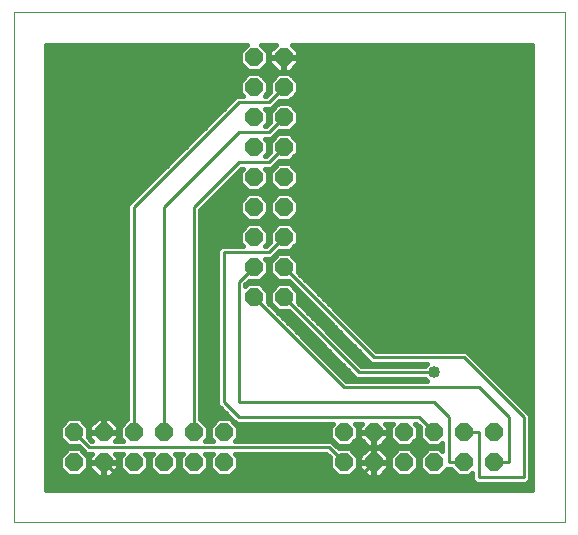
<source format=gbl>
G75*
G70*
%OFA0B0*%
%FSLAX24Y24*%
%IPPOS*%
%LPD*%
%AMOC8*
5,1,8,0,0,1.08239X$1,22.5*
%
%ADD10C,0.0000*%
%ADD11OC8,0.0600*%
%ADD12C,0.0100*%
%ADD13C,0.0160*%
%ADD14C,0.0400*%
D10*
X000100Y000100D02*
X000100Y017096D01*
X018470Y017096D01*
X018470Y000100D01*
X000100Y000100D01*
D11*
X002100Y002100D03*
X003100Y002100D03*
X003100Y003100D03*
X002100Y003100D03*
X004100Y003100D03*
X005100Y003100D03*
X006100Y003100D03*
X006100Y002100D03*
X005100Y002100D03*
X004100Y002100D03*
X007100Y002100D03*
X007100Y003100D03*
X011100Y003100D03*
X011100Y002100D03*
X012100Y002100D03*
X013100Y002100D03*
X014100Y002100D03*
X014100Y003100D03*
X013100Y003100D03*
X012100Y003100D03*
X015100Y003100D03*
X016100Y003100D03*
X016100Y002100D03*
X015100Y002100D03*
X009100Y007600D03*
X009100Y008600D03*
X009100Y009600D03*
X009100Y010600D03*
X009100Y011600D03*
X009100Y012600D03*
X009100Y013600D03*
X009100Y014600D03*
X009100Y015600D03*
X008100Y015600D03*
X008100Y014600D03*
X008100Y013600D03*
X008100Y012600D03*
X008100Y011600D03*
X008100Y010600D03*
X008100Y009600D03*
X008100Y008600D03*
X008100Y007600D03*
D12*
X011100Y004600D01*
X015600Y004600D01*
X016600Y003600D01*
X016600Y002100D01*
X016100Y002100D01*
X015600Y001600D02*
X015600Y003100D01*
X015100Y003100D01*
X014600Y003600D02*
X014600Y002100D01*
X015100Y002100D01*
X015600Y001600D02*
X017100Y001600D01*
X017100Y003600D01*
X015100Y005600D01*
X012100Y005600D01*
X009100Y008600D01*
X008600Y009100D02*
X009100Y009600D01*
X008600Y009100D02*
X007100Y009100D01*
X007100Y004100D01*
X007600Y003600D01*
X013600Y003600D01*
X014100Y003100D01*
X014600Y003600D02*
X014100Y004100D01*
X007600Y004100D01*
X007600Y008100D01*
X008100Y008600D01*
X009100Y007600D02*
X011600Y005100D01*
X014100Y005100D01*
X012100Y002100D02*
X011600Y001600D01*
X003600Y001600D01*
X003100Y002100D01*
X002600Y002600D02*
X002100Y003100D01*
X002600Y002600D02*
X010600Y002600D01*
X011100Y002100D01*
X006100Y003100D02*
X006100Y010600D01*
X007600Y012100D01*
X008600Y012100D01*
X009100Y012600D01*
X008600Y013100D02*
X009100Y013600D01*
X008600Y013100D02*
X007600Y013100D01*
X005100Y010600D01*
X005100Y003100D01*
X004100Y003100D02*
X004100Y010600D01*
X007600Y014100D01*
X008600Y014100D01*
X009100Y014600D01*
D13*
X009560Y014524D02*
X017390Y014524D01*
X017390Y014682D02*
X009560Y014682D01*
X009560Y014791D02*
X009291Y015060D01*
X008909Y015060D01*
X008640Y014791D01*
X008640Y014437D01*
X008513Y014310D01*
X008461Y014310D01*
X008560Y014409D01*
X008560Y014791D01*
X008291Y015060D01*
X007909Y015060D01*
X007640Y014791D01*
X007640Y014409D01*
X007739Y014310D01*
X007513Y014310D01*
X007390Y014187D01*
X003890Y010687D01*
X003890Y003541D01*
X003640Y003291D01*
X003640Y002909D01*
X003739Y002810D01*
X003489Y002810D01*
X003580Y002901D01*
X003580Y003080D01*
X003120Y003080D01*
X003120Y003120D01*
X003080Y003120D01*
X003080Y003580D01*
X002901Y003580D01*
X002620Y003299D01*
X002620Y003120D01*
X003080Y003120D01*
X003080Y003080D01*
X002620Y003080D01*
X002620Y002901D01*
X002711Y002810D01*
X002687Y002810D01*
X002560Y002937D01*
X002560Y003291D01*
X002291Y003560D01*
X001909Y003560D01*
X001640Y003291D01*
X001640Y002909D01*
X001909Y002640D01*
X002263Y002640D01*
X002513Y002390D01*
X002711Y002390D01*
X002620Y002299D01*
X002620Y002120D01*
X003080Y002120D01*
X003080Y002080D01*
X003120Y002080D01*
X003120Y002120D01*
X003580Y002120D01*
X003580Y002299D01*
X003489Y002390D01*
X003739Y002390D01*
X003640Y002291D01*
X003640Y001909D01*
X003909Y001640D01*
X004291Y001640D01*
X004560Y001909D01*
X004560Y002291D01*
X004461Y002390D01*
X004739Y002390D01*
X004640Y002291D01*
X004640Y001909D01*
X004909Y001640D01*
X005291Y001640D01*
X005560Y001909D01*
X005560Y002291D01*
X005461Y002390D01*
X005739Y002390D01*
X005640Y002291D01*
X005640Y001909D01*
X005909Y001640D01*
X006291Y001640D01*
X006560Y001909D01*
X006560Y002291D01*
X006461Y002390D01*
X006739Y002390D01*
X006640Y002291D01*
X006640Y001909D01*
X006909Y001640D01*
X007291Y001640D01*
X007560Y001909D01*
X007560Y002291D01*
X007461Y002390D01*
X010513Y002390D01*
X010640Y002263D01*
X010640Y001909D01*
X010909Y001640D01*
X011291Y001640D01*
X011560Y001909D01*
X011560Y002291D01*
X011291Y002560D01*
X010937Y002560D01*
X010810Y002687D01*
X010687Y002810D01*
X007461Y002810D01*
X007560Y002909D01*
X007560Y003291D01*
X007291Y003560D01*
X006909Y003560D01*
X006640Y003291D01*
X006640Y002909D01*
X006739Y002810D01*
X006461Y002810D01*
X006560Y002909D01*
X006560Y003291D01*
X006310Y003541D01*
X006310Y010513D01*
X007687Y011890D01*
X007739Y011890D01*
X007640Y011791D01*
X007640Y011409D01*
X007909Y011140D01*
X008291Y011140D01*
X008560Y011409D01*
X008560Y011791D01*
X008461Y011890D01*
X008687Y011890D01*
X008937Y012140D01*
X009291Y012140D01*
X009560Y012409D01*
X009560Y012791D01*
X009291Y013060D01*
X008909Y013060D01*
X008640Y012791D01*
X008640Y012437D01*
X008513Y012310D01*
X008461Y012310D01*
X008560Y012409D01*
X008560Y012791D01*
X008461Y012890D01*
X008687Y012890D01*
X008937Y013140D01*
X009291Y013140D01*
X009560Y013409D01*
X009560Y013791D01*
X009291Y014060D01*
X008909Y014060D01*
X008640Y013791D01*
X008640Y013437D01*
X008513Y013310D01*
X008461Y013310D01*
X008560Y013409D01*
X008560Y013791D01*
X008461Y013890D01*
X008687Y013890D01*
X008937Y014140D01*
X009291Y014140D01*
X009560Y014409D01*
X009560Y014791D01*
X009510Y014841D02*
X017390Y014841D01*
X017390Y014999D02*
X009352Y014999D01*
X009299Y015120D02*
X009580Y015401D01*
X009580Y015580D01*
X009120Y015580D01*
X009120Y015620D01*
X009580Y015620D01*
X009580Y015799D01*
X009363Y016016D01*
X017390Y016016D01*
X017390Y001180D01*
X001180Y001180D01*
X001180Y016016D01*
X007866Y016016D01*
X007640Y015791D01*
X007640Y015409D01*
X007909Y015140D01*
X008291Y015140D01*
X008560Y015409D01*
X008560Y015791D01*
X008334Y016016D01*
X008837Y016016D01*
X008620Y015799D01*
X008620Y015620D01*
X009080Y015620D01*
X009080Y015580D01*
X008620Y015580D01*
X008620Y015401D01*
X008901Y015120D01*
X009080Y015120D01*
X009080Y015580D01*
X009120Y015580D01*
X009120Y015120D01*
X009299Y015120D01*
X009336Y015158D02*
X017390Y015158D01*
X017390Y015316D02*
X009495Y015316D01*
X009580Y015475D02*
X017390Y015475D01*
X017390Y015633D02*
X009580Y015633D01*
X009580Y015792D02*
X017390Y015792D01*
X017390Y015950D02*
X009429Y015950D01*
X009120Y015475D02*
X009080Y015475D01*
X009080Y015316D02*
X009120Y015316D01*
X009120Y015158D02*
X009080Y015158D01*
X008864Y015158D02*
X008308Y015158D01*
X008352Y014999D02*
X008848Y014999D01*
X008690Y014841D02*
X008510Y014841D01*
X008560Y014682D02*
X008640Y014682D01*
X008640Y014524D02*
X008560Y014524D01*
X008568Y014365D02*
X008516Y014365D01*
X008845Y014048D02*
X008897Y014048D01*
X008739Y013890D02*
X008461Y013890D01*
X008560Y013731D02*
X008640Y013731D01*
X008640Y013573D02*
X008560Y013573D01*
X008560Y013414D02*
X008617Y013414D01*
X008894Y013097D02*
X017390Y013097D01*
X017390Y012939D02*
X009412Y012939D01*
X009560Y012780D02*
X017390Y012780D01*
X017390Y012622D02*
X009560Y012622D01*
X009560Y012463D02*
X017390Y012463D01*
X017390Y012305D02*
X009455Y012305D01*
X009297Y012146D02*
X017390Y012146D01*
X017390Y011988D02*
X009363Y011988D01*
X009291Y012060D02*
X008909Y012060D01*
X008640Y011791D01*
X008640Y011409D01*
X008909Y011140D01*
X009291Y011140D01*
X009560Y011409D01*
X009560Y011791D01*
X009291Y012060D01*
X009522Y011829D02*
X017390Y011829D01*
X017390Y011671D02*
X009560Y011671D01*
X009560Y011512D02*
X017390Y011512D01*
X017390Y011354D02*
X009504Y011354D01*
X009346Y011195D02*
X017390Y011195D01*
X017390Y011037D02*
X009314Y011037D01*
X009291Y011060D02*
X008909Y011060D01*
X008640Y010791D01*
X008640Y010409D01*
X008909Y010140D01*
X009291Y010140D01*
X009560Y010409D01*
X009560Y010791D01*
X009291Y011060D01*
X009473Y010878D02*
X017390Y010878D01*
X017390Y010720D02*
X009560Y010720D01*
X009560Y010561D02*
X017390Y010561D01*
X017390Y010403D02*
X009553Y010403D01*
X009395Y010244D02*
X017390Y010244D01*
X017390Y010086D02*
X006310Y010086D01*
X006310Y010244D02*
X007805Y010244D01*
X007909Y010140D02*
X007640Y010409D01*
X007640Y010791D01*
X007909Y011060D01*
X008291Y011060D01*
X008560Y010791D01*
X008560Y010409D01*
X008291Y010140D01*
X007909Y010140D01*
X007909Y010060D02*
X007640Y009791D01*
X007640Y009409D01*
X007739Y009310D01*
X007013Y009310D01*
X006890Y009187D01*
X006890Y004013D01*
X007013Y003890D01*
X007513Y003390D01*
X010739Y003390D01*
X010640Y003291D01*
X010640Y002909D01*
X010909Y002640D01*
X011291Y002640D01*
X011560Y002909D01*
X011560Y003291D01*
X011461Y003390D01*
X011711Y003390D01*
X011620Y003299D01*
X011620Y003120D01*
X012080Y003120D01*
X012080Y003080D01*
X012120Y003080D01*
X012120Y003120D01*
X012580Y003120D01*
X012580Y003299D01*
X012489Y003390D01*
X012739Y003390D01*
X012640Y003291D01*
X012640Y002909D01*
X012909Y002640D01*
X013291Y002640D01*
X013560Y002909D01*
X013560Y003291D01*
X013461Y003390D01*
X013513Y003390D01*
X013640Y003263D01*
X013640Y002909D01*
X013909Y002640D01*
X014291Y002640D01*
X014390Y002739D01*
X014390Y002461D01*
X014291Y002560D01*
X013909Y002560D01*
X013640Y002291D01*
X013640Y001909D01*
X013909Y001640D01*
X014291Y001640D01*
X014541Y001890D01*
X014659Y001890D01*
X014909Y001640D01*
X015291Y001640D01*
X015390Y001739D01*
X015390Y001513D01*
X015513Y001390D01*
X017187Y001390D01*
X017310Y001513D01*
X017310Y003687D01*
X017187Y003810D01*
X017187Y003810D01*
X015187Y005810D01*
X012187Y005810D01*
X009560Y008437D01*
X009560Y008791D01*
X009291Y009060D01*
X008909Y009060D01*
X008640Y008791D01*
X008640Y008409D01*
X008909Y008140D01*
X009263Y008140D01*
X012013Y005390D01*
X013881Y005390D01*
X013801Y005310D01*
X011687Y005310D01*
X009560Y007437D01*
X009560Y007791D01*
X009291Y008060D01*
X008909Y008060D01*
X008640Y007791D01*
X008640Y007409D01*
X008909Y007140D01*
X009263Y007140D01*
X011390Y005013D01*
X011513Y004890D01*
X013801Y004890D01*
X013881Y004810D01*
X011187Y004810D01*
X008560Y007437D01*
X008560Y007791D01*
X008291Y008060D01*
X007909Y008060D01*
X007810Y007961D01*
X007810Y008013D01*
X007937Y008140D01*
X008291Y008140D01*
X008560Y008409D01*
X008560Y008791D01*
X008461Y008890D01*
X008687Y008890D01*
X008937Y009140D01*
X009291Y009140D01*
X009560Y009409D01*
X009560Y009791D01*
X009291Y010060D01*
X008909Y010060D01*
X008640Y009791D01*
X008640Y009437D01*
X008513Y009310D01*
X008461Y009310D01*
X008560Y009409D01*
X008560Y009791D01*
X008291Y010060D01*
X007909Y010060D01*
X007776Y009927D02*
X006310Y009927D01*
X006310Y009769D02*
X007640Y009769D01*
X007640Y009610D02*
X006310Y009610D01*
X006310Y009452D02*
X007640Y009452D01*
X006996Y009293D02*
X006310Y009293D01*
X006310Y009135D02*
X006890Y009135D01*
X006890Y008976D02*
X006310Y008976D01*
X006310Y008818D02*
X006890Y008818D01*
X006890Y008659D02*
X006310Y008659D01*
X006310Y008501D02*
X006890Y008501D01*
X006890Y008342D02*
X006310Y008342D01*
X006310Y008184D02*
X006890Y008184D01*
X006890Y008025D02*
X006310Y008025D01*
X006310Y007867D02*
X006890Y007867D01*
X006890Y007708D02*
X006310Y007708D01*
X006310Y007550D02*
X006890Y007550D01*
X006890Y007391D02*
X006310Y007391D01*
X006310Y007233D02*
X006890Y007233D01*
X006890Y007074D02*
X006310Y007074D01*
X006310Y006916D02*
X006890Y006916D01*
X006890Y006757D02*
X006310Y006757D01*
X006310Y006599D02*
X006890Y006599D01*
X006890Y006440D02*
X006310Y006440D01*
X006310Y006282D02*
X006890Y006282D01*
X006890Y006123D02*
X006310Y006123D01*
X006310Y005965D02*
X006890Y005965D01*
X006890Y005806D02*
X006310Y005806D01*
X006310Y005648D02*
X006890Y005648D01*
X006890Y005489D02*
X006310Y005489D01*
X006310Y005331D02*
X006890Y005331D01*
X006890Y005172D02*
X006310Y005172D01*
X006310Y005014D02*
X006890Y005014D01*
X006890Y004855D02*
X006310Y004855D01*
X006310Y004697D02*
X006890Y004697D01*
X006890Y004538D02*
X006310Y004538D01*
X006310Y004380D02*
X006890Y004380D01*
X006890Y004221D02*
X006310Y004221D01*
X006310Y004063D02*
X006890Y004063D01*
X006999Y003904D02*
X006310Y003904D01*
X006310Y003746D02*
X007158Y003746D01*
X007316Y003587D02*
X006310Y003587D01*
X006422Y003429D02*
X006778Y003429D01*
X006640Y003270D02*
X006560Y003270D01*
X006560Y003112D02*
X006640Y003112D01*
X006640Y002953D02*
X006560Y002953D01*
X006532Y002319D02*
X006668Y002319D01*
X006640Y002161D02*
X006560Y002161D01*
X006560Y002002D02*
X006640Y002002D01*
X006706Y001844D02*
X006494Y001844D01*
X006336Y001685D02*
X006864Y001685D01*
X007336Y001685D02*
X010864Y001685D01*
X010706Y001844D02*
X007494Y001844D01*
X007560Y002002D02*
X010640Y002002D01*
X010640Y002161D02*
X007560Y002161D01*
X007532Y002319D02*
X010584Y002319D01*
X010861Y002636D02*
X011885Y002636D01*
X011901Y002620D02*
X012080Y002620D01*
X012080Y003080D01*
X011620Y003080D01*
X011620Y002901D01*
X011901Y002620D01*
X011901Y002580D02*
X011620Y002299D01*
X011620Y002120D01*
X012080Y002120D01*
X012080Y002580D01*
X011901Y002580D01*
X011799Y002478D02*
X011373Y002478D01*
X011532Y002319D02*
X011640Y002319D01*
X011620Y002161D02*
X011560Y002161D01*
X011620Y002080D02*
X011620Y001901D01*
X011901Y001620D01*
X012080Y001620D01*
X012080Y002080D01*
X012120Y002080D01*
X012120Y002120D01*
X012580Y002120D01*
X012580Y002299D01*
X012299Y002580D01*
X012120Y002580D01*
X012120Y002120D01*
X012080Y002120D01*
X012080Y002080D01*
X011620Y002080D01*
X011620Y002002D02*
X011560Y002002D01*
X011494Y001844D02*
X011678Y001844D01*
X011836Y001685D02*
X011336Y001685D01*
X012080Y001685D02*
X012120Y001685D01*
X012120Y001620D02*
X012299Y001620D01*
X012580Y001901D01*
X012580Y002080D01*
X012120Y002080D01*
X012120Y001620D01*
X012120Y001844D02*
X012080Y001844D01*
X012080Y002002D02*
X012120Y002002D01*
X012120Y002161D02*
X012080Y002161D01*
X012080Y002319D02*
X012120Y002319D01*
X012120Y002478D02*
X012080Y002478D01*
X012120Y002620D02*
X012299Y002620D01*
X012580Y002901D01*
X012580Y003080D01*
X012120Y003080D01*
X012120Y002620D01*
X012120Y002636D02*
X012080Y002636D01*
X012080Y002795D02*
X012120Y002795D01*
X012120Y002953D02*
X012080Y002953D01*
X012080Y003112D02*
X011560Y003112D01*
X011560Y003270D02*
X011620Y003270D01*
X011620Y002953D02*
X011560Y002953D01*
X011445Y002795D02*
X011727Y002795D01*
X012120Y003112D02*
X012640Y003112D01*
X012640Y003270D02*
X012580Y003270D01*
X012580Y002953D02*
X012640Y002953D01*
X012755Y002795D02*
X012473Y002795D01*
X012315Y002636D02*
X014390Y002636D01*
X014373Y002478D02*
X014390Y002478D01*
X013827Y002478D02*
X013373Y002478D01*
X013291Y002560D02*
X013560Y002291D01*
X013560Y001909D01*
X013291Y001640D01*
X012909Y001640D01*
X012640Y001909D01*
X012640Y002291D01*
X012909Y002560D01*
X013291Y002560D01*
X013532Y002319D02*
X013668Y002319D01*
X013640Y002161D02*
X013560Y002161D01*
X013560Y002002D02*
X013640Y002002D01*
X013706Y001844D02*
X013494Y001844D01*
X013336Y001685D02*
X013864Y001685D01*
X014336Y001685D02*
X014864Y001685D01*
X014706Y001844D02*
X014494Y001844D01*
X015336Y001685D02*
X015390Y001685D01*
X015390Y001527D02*
X001180Y001527D01*
X001180Y001685D02*
X001864Y001685D01*
X001909Y001640D02*
X002291Y001640D01*
X002560Y001909D01*
X002560Y002291D01*
X002291Y002560D01*
X001909Y002560D01*
X001640Y002291D01*
X001640Y001909D01*
X001909Y001640D01*
X001706Y001844D02*
X001180Y001844D01*
X001180Y002002D02*
X001640Y002002D01*
X001640Y002161D02*
X001180Y002161D01*
X001180Y002319D02*
X001668Y002319D01*
X001827Y002478D02*
X001180Y002478D01*
X001180Y002636D02*
X002267Y002636D01*
X002373Y002478D02*
X002426Y002478D01*
X002532Y002319D02*
X002640Y002319D01*
X002620Y002161D02*
X002560Y002161D01*
X002620Y002080D02*
X002620Y001901D01*
X002901Y001620D01*
X003080Y001620D01*
X003080Y002080D01*
X002620Y002080D01*
X002620Y002002D02*
X002560Y002002D01*
X002494Y001844D02*
X002678Y001844D01*
X002836Y001685D02*
X002336Y001685D01*
X003080Y001685D02*
X003120Y001685D01*
X003120Y001620D02*
X003299Y001620D01*
X003580Y001901D01*
X003580Y002080D01*
X003120Y002080D01*
X003120Y001620D01*
X003120Y001844D02*
X003080Y001844D01*
X003080Y002002D02*
X003120Y002002D01*
X003364Y001685D02*
X003864Y001685D01*
X003706Y001844D02*
X003522Y001844D01*
X003580Y002002D02*
X003640Y002002D01*
X003640Y002161D02*
X003580Y002161D01*
X003560Y002319D02*
X003668Y002319D01*
X003640Y002953D02*
X003580Y002953D01*
X003580Y003120D02*
X003580Y003299D01*
X003299Y003580D01*
X003120Y003580D01*
X003120Y003120D01*
X003580Y003120D01*
X003640Y003112D02*
X003120Y003112D01*
X003080Y003112D02*
X002560Y003112D01*
X002560Y003270D02*
X002620Y003270D01*
X002750Y003429D02*
X002422Y003429D01*
X002560Y002953D02*
X002620Y002953D01*
X003080Y003270D02*
X003120Y003270D01*
X003120Y003429D02*
X003080Y003429D01*
X003450Y003429D02*
X003778Y003429D01*
X003890Y003587D02*
X001180Y003587D01*
X001180Y003429D02*
X001778Y003429D01*
X001640Y003270D02*
X001180Y003270D01*
X001180Y003112D02*
X001640Y003112D01*
X001640Y002953D02*
X001180Y002953D01*
X001180Y002795D02*
X001755Y002795D01*
X001180Y003746D02*
X003890Y003746D01*
X003890Y003904D02*
X001180Y003904D01*
X001180Y004063D02*
X003890Y004063D01*
X003890Y004221D02*
X001180Y004221D01*
X001180Y004380D02*
X003890Y004380D01*
X003890Y004538D02*
X001180Y004538D01*
X001180Y004697D02*
X003890Y004697D01*
X003890Y004855D02*
X001180Y004855D01*
X001180Y005014D02*
X003890Y005014D01*
X003890Y005172D02*
X001180Y005172D01*
X001180Y005331D02*
X003890Y005331D01*
X003890Y005489D02*
X001180Y005489D01*
X001180Y005648D02*
X003890Y005648D01*
X003890Y005806D02*
X001180Y005806D01*
X001180Y005965D02*
X003890Y005965D01*
X003890Y006123D02*
X001180Y006123D01*
X001180Y006282D02*
X003890Y006282D01*
X003890Y006440D02*
X001180Y006440D01*
X001180Y006599D02*
X003890Y006599D01*
X003890Y006757D02*
X001180Y006757D01*
X001180Y006916D02*
X003890Y006916D01*
X003890Y007074D02*
X001180Y007074D01*
X001180Y007233D02*
X003890Y007233D01*
X003890Y007391D02*
X001180Y007391D01*
X001180Y007550D02*
X003890Y007550D01*
X003890Y007708D02*
X001180Y007708D01*
X001180Y007867D02*
X003890Y007867D01*
X003890Y008025D02*
X001180Y008025D01*
X001180Y008184D02*
X003890Y008184D01*
X003890Y008342D02*
X001180Y008342D01*
X001180Y008501D02*
X003890Y008501D01*
X003890Y008659D02*
X001180Y008659D01*
X001180Y008818D02*
X003890Y008818D01*
X003890Y008976D02*
X001180Y008976D01*
X001180Y009135D02*
X003890Y009135D01*
X003890Y009293D02*
X001180Y009293D01*
X001180Y009452D02*
X003890Y009452D01*
X003890Y009610D02*
X001180Y009610D01*
X001180Y009769D02*
X003890Y009769D01*
X003890Y009927D02*
X001180Y009927D01*
X001180Y010086D02*
X003890Y010086D01*
X003890Y010244D02*
X001180Y010244D01*
X001180Y010403D02*
X003890Y010403D01*
X003890Y010561D02*
X001180Y010561D01*
X001180Y010720D02*
X003923Y010720D01*
X004081Y010878D02*
X001180Y010878D01*
X001180Y011037D02*
X004240Y011037D01*
X004398Y011195D02*
X001180Y011195D01*
X001180Y011354D02*
X004557Y011354D01*
X004715Y011512D02*
X001180Y011512D01*
X001180Y011671D02*
X004874Y011671D01*
X005032Y011829D02*
X001180Y011829D01*
X001180Y011988D02*
X005191Y011988D01*
X005349Y012146D02*
X001180Y012146D01*
X001180Y012305D02*
X005508Y012305D01*
X005666Y012463D02*
X001180Y012463D01*
X001180Y012622D02*
X005825Y012622D01*
X005983Y012780D02*
X001180Y012780D01*
X001180Y012939D02*
X006142Y012939D01*
X006300Y013097D02*
X001180Y013097D01*
X001180Y013256D02*
X006459Y013256D01*
X006617Y013414D02*
X001180Y013414D01*
X001180Y013573D02*
X006776Y013573D01*
X006934Y013731D02*
X001180Y013731D01*
X001180Y013890D02*
X007093Y013890D01*
X007251Y014048D02*
X001180Y014048D01*
X001180Y014207D02*
X007410Y014207D01*
X007684Y014365D02*
X001180Y014365D01*
X001180Y014524D02*
X007640Y014524D01*
X007640Y014682D02*
X001180Y014682D01*
X001180Y014841D02*
X007690Y014841D01*
X007848Y014999D02*
X001180Y014999D01*
X001180Y015158D02*
X007892Y015158D01*
X007733Y015316D02*
X001180Y015316D01*
X001180Y015475D02*
X007640Y015475D01*
X007640Y015633D02*
X001180Y015633D01*
X001180Y015792D02*
X007641Y015792D01*
X007799Y015950D02*
X001180Y015950D01*
X006675Y010878D02*
X007727Y010878D01*
X007640Y010720D02*
X006517Y010720D01*
X006358Y010561D02*
X007640Y010561D01*
X007647Y010403D02*
X006310Y010403D01*
X006834Y011037D02*
X007886Y011037D01*
X007854Y011195D02*
X006992Y011195D01*
X007151Y011354D02*
X007696Y011354D01*
X007640Y011512D02*
X007309Y011512D01*
X007468Y011671D02*
X007640Y011671D01*
X007626Y011829D02*
X007678Y011829D01*
X008346Y011195D02*
X008854Y011195D01*
X008886Y011037D02*
X008314Y011037D01*
X008473Y010878D02*
X008727Y010878D01*
X008640Y010720D02*
X008560Y010720D01*
X008560Y010561D02*
X008640Y010561D01*
X008647Y010403D02*
X008553Y010403D01*
X008395Y010244D02*
X008805Y010244D01*
X008776Y009927D02*
X008424Y009927D01*
X008560Y009769D02*
X008640Y009769D01*
X008640Y009610D02*
X008560Y009610D01*
X008560Y009452D02*
X008640Y009452D01*
X008931Y009135D02*
X017390Y009135D01*
X017390Y009293D02*
X009444Y009293D01*
X009560Y009452D02*
X017390Y009452D01*
X017390Y009610D02*
X009560Y009610D01*
X009560Y009769D02*
X017390Y009769D01*
X017390Y009927D02*
X009424Y009927D01*
X009375Y008976D02*
X017390Y008976D01*
X017390Y008818D02*
X009533Y008818D01*
X009560Y008659D02*
X017390Y008659D01*
X017390Y008501D02*
X009560Y008501D01*
X009655Y008342D02*
X017390Y008342D01*
X017390Y008184D02*
X009813Y008184D01*
X009972Y008025D02*
X017390Y008025D01*
X017390Y007867D02*
X010130Y007867D01*
X010289Y007708D02*
X017390Y007708D01*
X017390Y007550D02*
X010447Y007550D01*
X010606Y007391D02*
X017390Y007391D01*
X017390Y007233D02*
X010764Y007233D01*
X010923Y007074D02*
X017390Y007074D01*
X017390Y006916D02*
X011081Y006916D01*
X011240Y006757D02*
X017390Y006757D01*
X017390Y006599D02*
X011398Y006599D01*
X011557Y006440D02*
X017390Y006440D01*
X017390Y006282D02*
X011715Y006282D01*
X011874Y006123D02*
X017390Y006123D01*
X017390Y005965D02*
X012032Y005965D01*
X011756Y005648D02*
X011349Y005648D01*
X011191Y005806D02*
X011597Y005806D01*
X011439Y005965D02*
X011032Y005965D01*
X010874Y006123D02*
X011280Y006123D01*
X011122Y006282D02*
X010715Y006282D01*
X010557Y006440D02*
X010963Y006440D01*
X010805Y006599D02*
X010398Y006599D01*
X010240Y006757D02*
X010646Y006757D01*
X010488Y006916D02*
X010081Y006916D01*
X009923Y007074D02*
X010329Y007074D01*
X010171Y007233D02*
X009764Y007233D01*
X009606Y007391D02*
X010012Y007391D01*
X009854Y007550D02*
X009560Y007550D01*
X009560Y007708D02*
X009695Y007708D01*
X009537Y007867D02*
X009484Y007867D01*
X009378Y008025D02*
X009326Y008025D01*
X008874Y008025D02*
X008326Y008025D01*
X008334Y008184D02*
X008866Y008184D01*
X008707Y008342D02*
X008493Y008342D01*
X008560Y008501D02*
X008640Y008501D01*
X008640Y008659D02*
X008560Y008659D01*
X008533Y008818D02*
X008667Y008818D01*
X008773Y008976D02*
X008825Y008976D01*
X007874Y008025D02*
X007822Y008025D01*
X008484Y007867D02*
X008716Y007867D01*
X008640Y007708D02*
X008560Y007708D01*
X008560Y007550D02*
X008640Y007550D01*
X008658Y007391D02*
X008606Y007391D01*
X008764Y007233D02*
X008817Y007233D01*
X008923Y007074D02*
X009329Y007074D01*
X009488Y006916D02*
X009081Y006916D01*
X009240Y006757D02*
X009646Y006757D01*
X009805Y006599D02*
X009398Y006599D01*
X009557Y006440D02*
X009963Y006440D01*
X010122Y006282D02*
X009715Y006282D01*
X009874Y006123D02*
X010280Y006123D01*
X010439Y005965D02*
X010032Y005965D01*
X010191Y005806D02*
X010597Y005806D01*
X010756Y005648D02*
X010349Y005648D01*
X010508Y005489D02*
X010914Y005489D01*
X011073Y005331D02*
X010666Y005331D01*
X010825Y005172D02*
X011231Y005172D01*
X011390Y005014D02*
X010983Y005014D01*
X011142Y004855D02*
X013836Y004855D01*
X013821Y005331D02*
X011666Y005331D01*
X011508Y005489D02*
X011914Y005489D01*
X010640Y003270D02*
X007560Y003270D01*
X007560Y003112D02*
X010640Y003112D01*
X010640Y002953D02*
X007560Y002953D01*
X007475Y003429D02*
X007422Y003429D01*
X005668Y002319D02*
X005532Y002319D01*
X005560Y002161D02*
X005640Y002161D01*
X005640Y002002D02*
X005560Y002002D01*
X005494Y001844D02*
X005706Y001844D01*
X005864Y001685D02*
X005336Y001685D01*
X004864Y001685D02*
X004336Y001685D01*
X004494Y001844D02*
X004706Y001844D01*
X004640Y002002D02*
X004560Y002002D01*
X004560Y002161D02*
X004640Y002161D01*
X004668Y002319D02*
X004532Y002319D01*
X003640Y003270D02*
X003580Y003270D01*
X001180Y001368D02*
X017390Y001368D01*
X017390Y001210D02*
X001180Y001210D01*
X010702Y002795D02*
X010755Y002795D01*
X012401Y002478D02*
X012827Y002478D01*
X012668Y002319D02*
X012560Y002319D01*
X012580Y002161D02*
X012640Y002161D01*
X012640Y002002D02*
X012580Y002002D01*
X012522Y001844D02*
X012706Y001844D01*
X012864Y001685D02*
X012364Y001685D01*
X013445Y002795D02*
X013755Y002795D01*
X013640Y002953D02*
X013560Y002953D01*
X013560Y003112D02*
X013640Y003112D01*
X013633Y003270D02*
X013560Y003270D01*
X015666Y005331D02*
X017390Y005331D01*
X017390Y005489D02*
X015508Y005489D01*
X015349Y005648D02*
X017390Y005648D01*
X017390Y005806D02*
X015191Y005806D01*
X015825Y005172D02*
X017390Y005172D01*
X017390Y005014D02*
X015983Y005014D01*
X016142Y004855D02*
X017390Y004855D01*
X017390Y004697D02*
X016300Y004697D01*
X016459Y004538D02*
X017390Y004538D01*
X017390Y004380D02*
X016617Y004380D01*
X016776Y004221D02*
X017390Y004221D01*
X017390Y004063D02*
X016934Y004063D01*
X017093Y003904D02*
X017390Y003904D01*
X017390Y003746D02*
X017251Y003746D01*
X017310Y003587D02*
X017390Y003587D01*
X017390Y003429D02*
X017310Y003429D01*
X017310Y003270D02*
X017390Y003270D01*
X017390Y003112D02*
X017310Y003112D01*
X017310Y002953D02*
X017390Y002953D01*
X017390Y002795D02*
X017310Y002795D01*
X017310Y002636D02*
X017390Y002636D01*
X017390Y002478D02*
X017310Y002478D01*
X017310Y002319D02*
X017390Y002319D01*
X017390Y002161D02*
X017310Y002161D01*
X017310Y002002D02*
X017390Y002002D01*
X017390Y001844D02*
X017310Y001844D01*
X017310Y001685D02*
X017390Y001685D01*
X017390Y001527D02*
X017310Y001527D01*
X008696Y011354D02*
X008504Y011354D01*
X008560Y011512D02*
X008640Y011512D01*
X008640Y011671D02*
X008560Y011671D01*
X008522Y011829D02*
X008678Y011829D01*
X008785Y011988D02*
X008837Y011988D01*
X008640Y012463D02*
X008560Y012463D01*
X008560Y012622D02*
X008640Y012622D01*
X008640Y012780D02*
X008560Y012780D01*
X008736Y012939D02*
X008788Y012939D01*
X009406Y013256D02*
X017390Y013256D01*
X017390Y013414D02*
X009560Y013414D01*
X009560Y013573D02*
X017390Y013573D01*
X017390Y013731D02*
X009560Y013731D01*
X009461Y013890D02*
X017390Y013890D01*
X017390Y014048D02*
X009303Y014048D01*
X009357Y014207D02*
X017390Y014207D01*
X017390Y014365D02*
X009516Y014365D01*
X008705Y015316D02*
X008467Y015316D01*
X008560Y015475D02*
X008620Y015475D01*
X008620Y015633D02*
X008560Y015633D01*
X008559Y015792D02*
X008620Y015792D01*
X008771Y015950D02*
X008401Y015950D01*
D14*
X014100Y005100D03*
M02*

</source>
